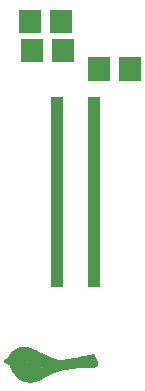
<source format=gts>
G04 #@! TF.FileFunction,Soldermask,Top*
%FSLAX46Y46*%
G04 Gerber Fmt 4.6, Leading zero omitted, Abs format (unit mm)*
G04 Created by KiCad (PCBNEW (2015-11-03 BZR 6296)-product) date Tuesday, November 10, 2015 'PMt' 09:20:05 PM*
%MOMM*%
G01*
G04 APERTURE LIST*
%ADD10C,0.100000*%
%ADD11C,0.010000*%
%ADD12R,1.100000X0.600000*%
%ADD13R,1.901140X0.798780*%
G04 APERTURE END LIST*
D10*
D11*
G36*
X155371031Y-121113103D02*
X155408866Y-121114878D01*
X155444763Y-121117950D01*
X155480412Y-121122451D01*
X155517499Y-121128512D01*
X155542537Y-121133226D01*
X155579505Y-121140873D01*
X155614770Y-121149056D01*
X155649378Y-121158108D01*
X155684376Y-121168364D01*
X155720809Y-121180156D01*
X155759722Y-121193818D01*
X155802161Y-121209684D01*
X155849173Y-121228088D01*
X155884737Y-121242406D01*
X155931958Y-121261805D01*
X155979898Y-121281943D01*
X156028959Y-121303011D01*
X156079547Y-121325199D01*
X156132066Y-121348695D01*
X156186921Y-121373689D01*
X156244514Y-121400372D01*
X156305251Y-121428932D01*
X156369536Y-121459559D01*
X156437773Y-121492442D01*
X156510365Y-121527772D01*
X156587719Y-121565737D01*
X156670236Y-121606528D01*
X156758323Y-121650333D01*
X156816085Y-121679177D01*
X156897799Y-121719964D01*
X156973732Y-121757698D01*
X157044358Y-121792596D01*
X157110149Y-121824875D01*
X157171577Y-121854752D01*
X157229115Y-121882444D01*
X157283235Y-121908167D01*
X157334409Y-121932138D01*
X157383111Y-121954575D01*
X157429811Y-121975695D01*
X157474982Y-121995714D01*
X157519097Y-122014848D01*
X157562629Y-122033316D01*
X157606049Y-122051334D01*
X157649829Y-122069119D01*
X157694443Y-122086888D01*
X157740363Y-122104857D01*
X157757542Y-122111509D01*
X157781524Y-122120793D01*
X157803788Y-122129455D01*
X157823348Y-122137109D01*
X157839219Y-122143366D01*
X157850414Y-122147840D01*
X157855784Y-122150070D01*
X157865832Y-122154573D01*
X157850698Y-122173849D01*
X157838889Y-122187902D01*
X157822920Y-122205482D01*
X157803921Y-122225449D01*
X157783023Y-122246663D01*
X157761357Y-122267986D01*
X157740055Y-122288277D01*
X157720246Y-122306397D01*
X157711681Y-122313920D01*
X157636102Y-122375039D01*
X157554352Y-122433238D01*
X157466747Y-122488375D01*
X157373601Y-122540306D01*
X157275231Y-122588886D01*
X157171952Y-122633973D01*
X157064079Y-122675422D01*
X156951928Y-122713091D01*
X156835814Y-122746835D01*
X156716054Y-122776510D01*
X156676278Y-122785281D01*
X156617253Y-122797567D01*
X156563414Y-122808013D01*
X156513205Y-122816877D01*
X156465074Y-122824413D01*
X156417469Y-122830877D01*
X156368835Y-122836526D01*
X156358778Y-122837588D01*
X156338732Y-122839185D01*
X156313512Y-122840438D01*
X156284439Y-122841348D01*
X156252833Y-122841913D01*
X156220014Y-122842134D01*
X156187303Y-122842011D01*
X156156020Y-122841543D01*
X156127485Y-122840730D01*
X156103019Y-122839572D01*
X156083941Y-122838069D01*
X156080083Y-122837629D01*
X156009587Y-122826359D01*
X155944668Y-122810777D01*
X155885314Y-122790875D01*
X155831511Y-122766642D01*
X155783246Y-122738071D01*
X155740506Y-122705152D01*
X155703275Y-122667875D01*
X155671542Y-122626233D01*
X155645292Y-122580216D01*
X155625814Y-122533556D01*
X155616564Y-122505336D01*
X155609950Y-122479790D01*
X155605611Y-122454670D01*
X155603189Y-122427726D01*
X155602323Y-122396710D01*
X155602311Y-122386690D01*
X155602506Y-122329783D01*
X155579541Y-122327430D01*
X155556577Y-122325078D01*
X155506819Y-122359010D01*
X155507261Y-122408359D01*
X155511246Y-122466590D01*
X155522027Y-122523341D01*
X155539427Y-122578195D01*
X155563267Y-122630732D01*
X155593369Y-122680536D01*
X155629554Y-122727188D01*
X155654774Y-122754155D01*
X155695410Y-122791000D01*
X155739140Y-122823371D01*
X155786472Y-122851491D01*
X155837911Y-122875584D01*
X155893966Y-122895873D01*
X155955143Y-122912584D01*
X156021948Y-122925938D01*
X156055389Y-122931113D01*
X156076455Y-122933389D01*
X156103303Y-122935185D01*
X156134675Y-122936500D01*
X156169315Y-122937334D01*
X156205966Y-122937688D01*
X156243369Y-122937562D01*
X156280269Y-122936956D01*
X156315407Y-122935870D01*
X156347526Y-122934303D01*
X156375370Y-122932257D01*
X156387000Y-122931088D01*
X156501247Y-122915915D01*
X156616379Y-122896055D01*
X156731524Y-122871770D01*
X156845809Y-122843321D01*
X156958359Y-122810969D01*
X157068303Y-122774975D01*
X157174766Y-122735600D01*
X157276876Y-122693106D01*
X157373760Y-122647754D01*
X157428608Y-122619498D01*
X157511718Y-122572751D01*
X157590658Y-122523631D01*
X157664981Y-122472487D01*
X157734241Y-122419668D01*
X157797993Y-122365522D01*
X157855791Y-122310397D01*
X157907188Y-122254643D01*
X157928880Y-122228480D01*
X157943589Y-122210572D01*
X157954647Y-122198259D01*
X157962321Y-122191267D01*
X157966878Y-122189322D01*
X157967106Y-122189373D01*
X157981682Y-122193012D01*
X158002129Y-122197139D01*
X158027296Y-122201588D01*
X158056029Y-122206193D01*
X158087174Y-122210787D01*
X158119579Y-122215204D01*
X158152091Y-122219276D01*
X158183556Y-122222837D01*
X158212821Y-122225720D01*
X158226736Y-122226893D01*
X158256996Y-122228630D01*
X158290509Y-122229311D01*
X158327721Y-122228909D01*
X158369075Y-122227398D01*
X158415017Y-122224750D01*
X158465991Y-122220938D01*
X158522441Y-122215937D01*
X158584812Y-122209719D01*
X158653548Y-122202256D01*
X158674764Y-122199853D01*
X158772696Y-122188039D01*
X158877110Y-122174253D01*
X158987726Y-122158544D01*
X159104267Y-122140962D01*
X159226454Y-122121559D01*
X159354011Y-122100386D01*
X159486657Y-122077492D01*
X159624117Y-122052928D01*
X159766110Y-122026746D01*
X159912360Y-121998995D01*
X160062588Y-121969727D01*
X160216517Y-121938991D01*
X160373867Y-121906840D01*
X160534361Y-121873322D01*
X160697721Y-121838489D01*
X160863669Y-121802392D01*
X160891972Y-121796166D01*
X160923505Y-121789268D01*
X160953573Y-121782787D01*
X160981326Y-121776899D01*
X161005913Y-121771780D01*
X161026484Y-121767607D01*
X161042186Y-121764556D01*
X161052170Y-121762804D01*
X161054250Y-121762520D01*
X161081629Y-121762603D01*
X161110597Y-121768198D01*
X161139337Y-121778640D01*
X161166032Y-121793263D01*
X161188863Y-121811400D01*
X161189577Y-121812097D01*
X161200334Y-121824458D01*
X161213559Y-121842584D01*
X161228873Y-121865782D01*
X161245898Y-121893362D01*
X161264253Y-121924633D01*
X161283562Y-121958902D01*
X161303444Y-121995479D01*
X161323521Y-122033671D01*
X161343415Y-122072789D01*
X161362747Y-122112139D01*
X161381137Y-122151031D01*
X161398208Y-122188774D01*
X161406938Y-122208888D01*
X161434418Y-122277828D01*
X161456295Y-122342753D01*
X161472564Y-122403631D01*
X161483220Y-122460428D01*
X161488258Y-122513112D01*
X161487674Y-122561650D01*
X161481462Y-122606008D01*
X161470303Y-122644355D01*
X161460721Y-122664617D01*
X161447158Y-122686530D01*
X161431359Y-122707628D01*
X161415072Y-122725441D01*
X161409089Y-122730860D01*
X161393700Y-122742771D01*
X161377081Y-122753287D01*
X161358689Y-122762518D01*
X161337978Y-122770574D01*
X161314406Y-122777565D01*
X161287427Y-122783602D01*
X161256498Y-122788794D01*
X161221074Y-122793252D01*
X161180612Y-122797086D01*
X161134567Y-122800405D01*
X161082396Y-122803321D01*
X161041903Y-122805182D01*
X161022132Y-122805961D01*
X160996304Y-122806876D01*
X160965416Y-122807897D01*
X160930464Y-122808994D01*
X160892446Y-122810137D01*
X160852357Y-122811294D01*
X160811195Y-122812437D01*
X160769956Y-122813534D01*
X160749097Y-122814070D01*
X160643132Y-122816865D01*
X160543623Y-122819728D01*
X160449971Y-122822688D01*
X160361576Y-122825774D01*
X160277840Y-122829016D01*
X160198162Y-122832444D01*
X160121944Y-122836086D01*
X160048587Y-122839972D01*
X159977491Y-122844132D01*
X159908056Y-122848595D01*
X159839683Y-122853390D01*
X159771774Y-122858548D01*
X159703729Y-122864096D01*
X159667833Y-122867168D01*
X159515425Y-122881484D01*
X159368916Y-122897501D01*
X159227314Y-122915426D01*
X159089629Y-122935462D01*
X158954869Y-122957813D01*
X158822042Y-122982686D01*
X158690156Y-123010283D01*
X158558221Y-123040811D01*
X158425244Y-123074473D01*
X158290234Y-123111474D01*
X158152199Y-123152018D01*
X158010149Y-123196311D01*
X157902181Y-123231516D01*
X157845529Y-123250415D01*
X157793101Y-123268181D01*
X157744324Y-123285079D01*
X157698627Y-123301377D01*
X157655437Y-123317340D01*
X157614184Y-123333235D01*
X157574295Y-123349327D01*
X157535199Y-123365884D01*
X157496325Y-123383170D01*
X157457099Y-123401452D01*
X157416952Y-123420997D01*
X157375310Y-123442071D01*
X157331602Y-123464939D01*
X157285257Y-123489869D01*
X157235703Y-123517125D01*
X157182368Y-123546975D01*
X157124680Y-123579684D01*
X157062068Y-123615519D01*
X156997306Y-123652815D01*
X156947113Y-123681743D01*
X156902343Y-123707450D01*
X156862339Y-123730298D01*
X156826445Y-123750648D01*
X156794006Y-123768863D01*
X156764365Y-123785303D01*
X156736866Y-123800330D01*
X156710853Y-123814307D01*
X156685670Y-123827594D01*
X156660662Y-123840554D01*
X156635172Y-123853549D01*
X156612778Y-123864820D01*
X156547461Y-123896741D01*
X156486674Y-123924702D01*
X156429369Y-123949064D01*
X156374501Y-123970188D01*
X156321022Y-123988436D01*
X156267885Y-124004169D01*
X156214043Y-124017748D01*
X156158449Y-124029537D01*
X156110975Y-124038094D01*
X156051699Y-124047475D01*
X155997114Y-124054849D01*
X155945196Y-124060377D01*
X155893926Y-124064223D01*
X155841279Y-124066550D01*
X155785234Y-124067522D01*
X155746708Y-124067509D01*
X155720120Y-124067309D01*
X155695076Y-124067051D01*
X155672670Y-124066751D01*
X155653997Y-124066426D01*
X155640149Y-124066092D01*
X155632223Y-124065767D01*
X155632056Y-124065755D01*
X155541009Y-124056740D01*
X155451200Y-124043096D01*
X155363485Y-124025042D01*
X155278718Y-124002798D01*
X155197756Y-123976583D01*
X155121455Y-123946619D01*
X155063791Y-123919817D01*
X154977957Y-123872919D01*
X154894330Y-123819377D01*
X154812988Y-123759273D01*
X154734006Y-123692690D01*
X154657461Y-123619708D01*
X154583429Y-123540411D01*
X154511985Y-123454879D01*
X154443207Y-123363196D01*
X154377171Y-123265442D01*
X154313952Y-123161701D01*
X154253627Y-123052053D01*
X154249300Y-123043746D01*
X154212293Y-122968734D01*
X154177779Y-122890989D01*
X154145400Y-122809580D01*
X154114798Y-122723574D01*
X154085612Y-122632039D01*
X154069110Y-122575758D01*
X154061543Y-122549169D01*
X153815806Y-122450044D01*
X153776329Y-122434069D01*
X153738813Y-122418791D01*
X153703766Y-122404422D01*
X153671694Y-122391173D01*
X153643102Y-122379257D01*
X153618498Y-122368887D01*
X153598388Y-122360274D01*
X153583278Y-122353630D01*
X153573674Y-122349168D01*
X153570083Y-122347101D01*
X153570069Y-122347055D01*
X153572644Y-122344178D01*
X153580115Y-122336965D01*
X153592098Y-122325762D01*
X153608213Y-122310917D01*
X153628078Y-122292776D01*
X153651310Y-122271686D01*
X153677529Y-122247994D01*
X153706351Y-122222048D01*
X153737395Y-122194193D01*
X153770280Y-122164778D01*
X153795847Y-122141966D01*
X154021625Y-121940741D01*
X154036003Y-121901022D01*
X154064338Y-121830948D01*
X154097586Y-121764045D01*
X154136152Y-121699707D01*
X154180445Y-121637324D01*
X154230870Y-121576287D01*
X154287835Y-121515990D01*
X154304224Y-121499917D01*
X154371538Y-121439739D01*
X154444130Y-121384059D01*
X154521734Y-121333010D01*
X154604086Y-121286722D01*
X154690921Y-121245330D01*
X154781974Y-121208964D01*
X154876979Y-121177758D01*
X154975671Y-121151842D01*
X155021750Y-121141834D01*
X155066147Y-121133197D01*
X155105869Y-121126427D01*
X155142979Y-121121295D01*
X155179540Y-121117572D01*
X155217614Y-121115029D01*
X155259265Y-121113439D01*
X155282806Y-121112916D01*
X155329574Y-121112493D01*
X155371031Y-121113103D01*
X155371031Y-121113103D01*
G37*
X155371031Y-121113103D02*
X155408866Y-121114878D01*
X155444763Y-121117950D01*
X155480412Y-121122451D01*
X155517499Y-121128512D01*
X155542537Y-121133226D01*
X155579505Y-121140873D01*
X155614770Y-121149056D01*
X155649378Y-121158108D01*
X155684376Y-121168364D01*
X155720809Y-121180156D01*
X155759722Y-121193818D01*
X155802161Y-121209684D01*
X155849173Y-121228088D01*
X155884737Y-121242406D01*
X155931958Y-121261805D01*
X155979898Y-121281943D01*
X156028959Y-121303011D01*
X156079547Y-121325199D01*
X156132066Y-121348695D01*
X156186921Y-121373689D01*
X156244514Y-121400372D01*
X156305251Y-121428932D01*
X156369536Y-121459559D01*
X156437773Y-121492442D01*
X156510365Y-121527772D01*
X156587719Y-121565737D01*
X156670236Y-121606528D01*
X156758323Y-121650333D01*
X156816085Y-121679177D01*
X156897799Y-121719964D01*
X156973732Y-121757698D01*
X157044358Y-121792596D01*
X157110149Y-121824875D01*
X157171577Y-121854752D01*
X157229115Y-121882444D01*
X157283235Y-121908167D01*
X157334409Y-121932138D01*
X157383111Y-121954575D01*
X157429811Y-121975695D01*
X157474982Y-121995714D01*
X157519097Y-122014848D01*
X157562629Y-122033316D01*
X157606049Y-122051334D01*
X157649829Y-122069119D01*
X157694443Y-122086888D01*
X157740363Y-122104857D01*
X157757542Y-122111509D01*
X157781524Y-122120793D01*
X157803788Y-122129455D01*
X157823348Y-122137109D01*
X157839219Y-122143366D01*
X157850414Y-122147840D01*
X157855784Y-122150070D01*
X157865832Y-122154573D01*
X157850698Y-122173849D01*
X157838889Y-122187902D01*
X157822920Y-122205482D01*
X157803921Y-122225449D01*
X157783023Y-122246663D01*
X157761357Y-122267986D01*
X157740055Y-122288277D01*
X157720246Y-122306397D01*
X157711681Y-122313920D01*
X157636102Y-122375039D01*
X157554352Y-122433238D01*
X157466747Y-122488375D01*
X157373601Y-122540306D01*
X157275231Y-122588886D01*
X157171952Y-122633973D01*
X157064079Y-122675422D01*
X156951928Y-122713091D01*
X156835814Y-122746835D01*
X156716054Y-122776510D01*
X156676278Y-122785281D01*
X156617253Y-122797567D01*
X156563414Y-122808013D01*
X156513205Y-122816877D01*
X156465074Y-122824413D01*
X156417469Y-122830877D01*
X156368835Y-122836526D01*
X156358778Y-122837588D01*
X156338732Y-122839185D01*
X156313512Y-122840438D01*
X156284439Y-122841348D01*
X156252833Y-122841913D01*
X156220014Y-122842134D01*
X156187303Y-122842011D01*
X156156020Y-122841543D01*
X156127485Y-122840730D01*
X156103019Y-122839572D01*
X156083941Y-122838069D01*
X156080083Y-122837629D01*
X156009587Y-122826359D01*
X155944668Y-122810777D01*
X155885314Y-122790875D01*
X155831511Y-122766642D01*
X155783246Y-122738071D01*
X155740506Y-122705152D01*
X155703275Y-122667875D01*
X155671542Y-122626233D01*
X155645292Y-122580216D01*
X155625814Y-122533556D01*
X155616564Y-122505336D01*
X155609950Y-122479790D01*
X155605611Y-122454670D01*
X155603189Y-122427726D01*
X155602323Y-122396710D01*
X155602311Y-122386690D01*
X155602506Y-122329783D01*
X155579541Y-122327430D01*
X155556577Y-122325078D01*
X155506819Y-122359010D01*
X155507261Y-122408359D01*
X155511246Y-122466590D01*
X155522027Y-122523341D01*
X155539427Y-122578195D01*
X155563267Y-122630732D01*
X155593369Y-122680536D01*
X155629554Y-122727188D01*
X155654774Y-122754155D01*
X155695410Y-122791000D01*
X155739140Y-122823371D01*
X155786472Y-122851491D01*
X155837911Y-122875584D01*
X155893966Y-122895873D01*
X155955143Y-122912584D01*
X156021948Y-122925938D01*
X156055389Y-122931113D01*
X156076455Y-122933389D01*
X156103303Y-122935185D01*
X156134675Y-122936500D01*
X156169315Y-122937334D01*
X156205966Y-122937688D01*
X156243369Y-122937562D01*
X156280269Y-122936956D01*
X156315407Y-122935870D01*
X156347526Y-122934303D01*
X156375370Y-122932257D01*
X156387000Y-122931088D01*
X156501247Y-122915915D01*
X156616379Y-122896055D01*
X156731524Y-122871770D01*
X156845809Y-122843321D01*
X156958359Y-122810969D01*
X157068303Y-122774975D01*
X157174766Y-122735600D01*
X157276876Y-122693106D01*
X157373760Y-122647754D01*
X157428608Y-122619498D01*
X157511718Y-122572751D01*
X157590658Y-122523631D01*
X157664981Y-122472487D01*
X157734241Y-122419668D01*
X157797993Y-122365522D01*
X157855791Y-122310397D01*
X157907188Y-122254643D01*
X157928880Y-122228480D01*
X157943589Y-122210572D01*
X157954647Y-122198259D01*
X157962321Y-122191267D01*
X157966878Y-122189322D01*
X157967106Y-122189373D01*
X157981682Y-122193012D01*
X158002129Y-122197139D01*
X158027296Y-122201588D01*
X158056029Y-122206193D01*
X158087174Y-122210787D01*
X158119579Y-122215204D01*
X158152091Y-122219276D01*
X158183556Y-122222837D01*
X158212821Y-122225720D01*
X158226736Y-122226893D01*
X158256996Y-122228630D01*
X158290509Y-122229311D01*
X158327721Y-122228909D01*
X158369075Y-122227398D01*
X158415017Y-122224750D01*
X158465991Y-122220938D01*
X158522441Y-122215937D01*
X158584812Y-122209719D01*
X158653548Y-122202256D01*
X158674764Y-122199853D01*
X158772696Y-122188039D01*
X158877110Y-122174253D01*
X158987726Y-122158544D01*
X159104267Y-122140962D01*
X159226454Y-122121559D01*
X159354011Y-122100386D01*
X159486657Y-122077492D01*
X159624117Y-122052928D01*
X159766110Y-122026746D01*
X159912360Y-121998995D01*
X160062588Y-121969727D01*
X160216517Y-121938991D01*
X160373867Y-121906840D01*
X160534361Y-121873322D01*
X160697721Y-121838489D01*
X160863669Y-121802392D01*
X160891972Y-121796166D01*
X160923505Y-121789268D01*
X160953573Y-121782787D01*
X160981326Y-121776899D01*
X161005913Y-121771780D01*
X161026484Y-121767607D01*
X161042186Y-121764556D01*
X161052170Y-121762804D01*
X161054250Y-121762520D01*
X161081629Y-121762603D01*
X161110597Y-121768198D01*
X161139337Y-121778640D01*
X161166032Y-121793263D01*
X161188863Y-121811400D01*
X161189577Y-121812097D01*
X161200334Y-121824458D01*
X161213559Y-121842584D01*
X161228873Y-121865782D01*
X161245898Y-121893362D01*
X161264253Y-121924633D01*
X161283562Y-121958902D01*
X161303444Y-121995479D01*
X161323521Y-122033671D01*
X161343415Y-122072789D01*
X161362747Y-122112139D01*
X161381137Y-122151031D01*
X161398208Y-122188774D01*
X161406938Y-122208888D01*
X161434418Y-122277828D01*
X161456295Y-122342753D01*
X161472564Y-122403631D01*
X161483220Y-122460428D01*
X161488258Y-122513112D01*
X161487674Y-122561650D01*
X161481462Y-122606008D01*
X161470303Y-122644355D01*
X161460721Y-122664617D01*
X161447158Y-122686530D01*
X161431359Y-122707628D01*
X161415072Y-122725441D01*
X161409089Y-122730860D01*
X161393700Y-122742771D01*
X161377081Y-122753287D01*
X161358689Y-122762518D01*
X161337978Y-122770574D01*
X161314406Y-122777565D01*
X161287427Y-122783602D01*
X161256498Y-122788794D01*
X161221074Y-122793252D01*
X161180612Y-122797086D01*
X161134567Y-122800405D01*
X161082396Y-122803321D01*
X161041903Y-122805182D01*
X161022132Y-122805961D01*
X160996304Y-122806876D01*
X160965416Y-122807897D01*
X160930464Y-122808994D01*
X160892446Y-122810137D01*
X160852357Y-122811294D01*
X160811195Y-122812437D01*
X160769956Y-122813534D01*
X160749097Y-122814070D01*
X160643132Y-122816865D01*
X160543623Y-122819728D01*
X160449971Y-122822688D01*
X160361576Y-122825774D01*
X160277840Y-122829016D01*
X160198162Y-122832444D01*
X160121944Y-122836086D01*
X160048587Y-122839972D01*
X159977491Y-122844132D01*
X159908056Y-122848595D01*
X159839683Y-122853390D01*
X159771774Y-122858548D01*
X159703729Y-122864096D01*
X159667833Y-122867168D01*
X159515425Y-122881484D01*
X159368916Y-122897501D01*
X159227314Y-122915426D01*
X159089629Y-122935462D01*
X158954869Y-122957813D01*
X158822042Y-122982686D01*
X158690156Y-123010283D01*
X158558221Y-123040811D01*
X158425244Y-123074473D01*
X158290234Y-123111474D01*
X158152199Y-123152018D01*
X158010149Y-123196311D01*
X157902181Y-123231516D01*
X157845529Y-123250415D01*
X157793101Y-123268181D01*
X157744324Y-123285079D01*
X157698627Y-123301377D01*
X157655437Y-123317340D01*
X157614184Y-123333235D01*
X157574295Y-123349327D01*
X157535199Y-123365884D01*
X157496325Y-123383170D01*
X157457099Y-123401452D01*
X157416952Y-123420997D01*
X157375310Y-123442071D01*
X157331602Y-123464939D01*
X157285257Y-123489869D01*
X157235703Y-123517125D01*
X157182368Y-123546975D01*
X157124680Y-123579684D01*
X157062068Y-123615519D01*
X156997306Y-123652815D01*
X156947113Y-123681743D01*
X156902343Y-123707450D01*
X156862339Y-123730298D01*
X156826445Y-123750648D01*
X156794006Y-123768863D01*
X156764365Y-123785303D01*
X156736866Y-123800330D01*
X156710853Y-123814307D01*
X156685670Y-123827594D01*
X156660662Y-123840554D01*
X156635172Y-123853549D01*
X156612778Y-123864820D01*
X156547461Y-123896741D01*
X156486674Y-123924702D01*
X156429369Y-123949064D01*
X156374501Y-123970188D01*
X156321022Y-123988436D01*
X156267885Y-124004169D01*
X156214043Y-124017748D01*
X156158449Y-124029537D01*
X156110975Y-124038094D01*
X156051699Y-124047475D01*
X155997114Y-124054849D01*
X155945196Y-124060377D01*
X155893926Y-124064223D01*
X155841279Y-124066550D01*
X155785234Y-124067522D01*
X155746708Y-124067509D01*
X155720120Y-124067309D01*
X155695076Y-124067051D01*
X155672670Y-124066751D01*
X155653997Y-124066426D01*
X155640149Y-124066092D01*
X155632223Y-124065767D01*
X155632056Y-124065755D01*
X155541009Y-124056740D01*
X155451200Y-124043096D01*
X155363485Y-124025042D01*
X155278718Y-124002798D01*
X155197756Y-123976583D01*
X155121455Y-123946619D01*
X155063791Y-123919817D01*
X154977957Y-123872919D01*
X154894330Y-123819377D01*
X154812988Y-123759273D01*
X154734006Y-123692690D01*
X154657461Y-123619708D01*
X154583429Y-123540411D01*
X154511985Y-123454879D01*
X154443207Y-123363196D01*
X154377171Y-123265442D01*
X154313952Y-123161701D01*
X154253627Y-123052053D01*
X154249300Y-123043746D01*
X154212293Y-122968734D01*
X154177779Y-122890989D01*
X154145400Y-122809580D01*
X154114798Y-122723574D01*
X154085612Y-122632039D01*
X154069110Y-122575758D01*
X154061543Y-122549169D01*
X153815806Y-122450044D01*
X153776329Y-122434069D01*
X153738813Y-122418791D01*
X153703766Y-122404422D01*
X153671694Y-122391173D01*
X153643102Y-122379257D01*
X153618498Y-122368887D01*
X153598388Y-122360274D01*
X153583278Y-122353630D01*
X153573674Y-122349168D01*
X153570083Y-122347101D01*
X153570069Y-122347055D01*
X153572644Y-122344178D01*
X153580115Y-122336965D01*
X153592098Y-122325762D01*
X153608213Y-122310917D01*
X153628078Y-122292776D01*
X153651310Y-122271686D01*
X153677529Y-122247994D01*
X153706351Y-122222048D01*
X153737395Y-122194193D01*
X153770280Y-122164778D01*
X153795847Y-122141966D01*
X154021625Y-121940741D01*
X154036003Y-121901022D01*
X154064338Y-121830948D01*
X154097586Y-121764045D01*
X154136152Y-121699707D01*
X154180445Y-121637324D01*
X154230870Y-121576287D01*
X154287835Y-121515990D01*
X154304224Y-121499917D01*
X154371538Y-121439739D01*
X154444130Y-121384059D01*
X154521734Y-121333010D01*
X154604086Y-121286722D01*
X154690921Y-121245330D01*
X154781974Y-121208964D01*
X154876979Y-121177758D01*
X154975671Y-121151842D01*
X155021750Y-121141834D01*
X155066147Y-121133197D01*
X155105869Y-121126427D01*
X155142979Y-121121295D01*
X155179540Y-121117572D01*
X155217614Y-121115029D01*
X155259265Y-121113439D01*
X155282806Y-121112916D01*
X155329574Y-121112493D01*
X155371031Y-121113103D01*
D12*
X161190000Y-100200000D03*
X161190000Y-100600000D03*
X161190000Y-101000000D03*
X161190000Y-101400000D03*
X161190000Y-101800000D03*
X161190000Y-102200000D03*
X161190000Y-102600000D03*
X161190000Y-103000000D03*
X161190000Y-103400000D03*
X161190000Y-103800000D03*
X161190000Y-107800000D03*
X161190000Y-107400000D03*
X161190000Y-107000000D03*
X161190000Y-106600000D03*
X161190000Y-106200000D03*
X161190000Y-105800000D03*
X161190000Y-105400000D03*
X161190000Y-105000000D03*
X161190000Y-104600000D03*
X161190000Y-104200000D03*
X161190000Y-108200000D03*
X161190000Y-108600000D03*
X161190000Y-109000000D03*
X161190000Y-109400000D03*
X161190000Y-109800000D03*
X161190000Y-110200000D03*
X161190000Y-110600000D03*
X161190000Y-111000000D03*
X161190000Y-111400000D03*
X161190000Y-111800000D03*
X161190000Y-115800000D03*
X161190000Y-115400000D03*
X161190000Y-115000000D03*
X161190000Y-114600000D03*
X161190000Y-114200000D03*
X161190000Y-113800000D03*
X161190000Y-113400000D03*
X161190000Y-113000000D03*
X161190000Y-112600000D03*
X161190000Y-112200000D03*
X158110000Y-112200000D03*
X158110000Y-112600000D03*
X158110000Y-113000000D03*
X158110000Y-113400000D03*
X158110000Y-113800000D03*
X158110000Y-114200000D03*
X158110000Y-114600000D03*
X158110000Y-115000000D03*
X158110000Y-115400000D03*
X158110000Y-115800000D03*
X158110000Y-111800000D03*
X158110000Y-111400000D03*
X158110000Y-111000000D03*
X158110000Y-110600000D03*
X158110000Y-110200000D03*
X158110000Y-109800000D03*
X158110000Y-109400000D03*
X158110000Y-109000000D03*
X158110000Y-108600000D03*
X158110000Y-108200000D03*
X158110000Y-104200000D03*
X158110000Y-104600000D03*
X158110000Y-105000000D03*
X158110000Y-105400000D03*
X158110000Y-105800000D03*
X158110000Y-106200000D03*
X158110000Y-106600000D03*
X158110000Y-107000000D03*
X158110000Y-107400000D03*
X158110000Y-107800000D03*
X158110000Y-103800000D03*
X158110000Y-103400000D03*
X158110000Y-103000000D03*
X158110000Y-102600000D03*
X158110000Y-102200000D03*
X158110000Y-101800000D03*
X158110000Y-101400000D03*
X158110000Y-101000000D03*
X158110000Y-100600000D03*
X158110000Y-100200000D03*
D13*
X158461920Y-94250000D03*
X158461920Y-93599760D03*
X158461920Y-92949520D03*
X155800000Y-92949520D03*
X155800000Y-93599760D03*
X155800000Y-94250000D03*
X164300000Y-98250000D03*
X164300000Y-97599760D03*
X164300000Y-96949520D03*
X161638080Y-96949520D03*
X161638080Y-97599760D03*
X161638080Y-98250000D03*
X158611920Y-96700000D03*
X158611920Y-96049760D03*
X158611920Y-95399520D03*
X155950000Y-95399520D03*
X155950000Y-96049760D03*
X155950000Y-96700000D03*
M02*

</source>
